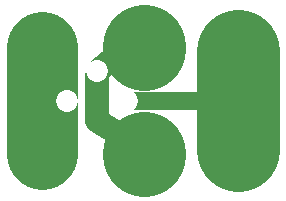
<source format=gto>
%TF.GenerationSoftware,KiCad,Pcbnew,4.0.5-e0-6337~49~ubuntu16.04.1*%
%TF.CreationDate,2017-02-14T02:12:57-08:00*%
%TF.ProjectId,2x3-Mini-Potentiometer-3386P-TH,3278332D4D696E692D506F74656E7469,1.0*%
%TF.FileFunction,Legend,Top*%
%FSLAX46Y46*%
G04 Gerber Fmt 4.6, Leading zero omitted, Abs format (unit mm)*
G04 Created by KiCad (PCBNEW 4.0.5-e0-6337~49~ubuntu16.04.1) date Tue Feb 14 02:12:57 2017*
%MOMM*%
%LPD*%
G01*
G04 APERTURE LIST*
%ADD10C,0.350000*%
%ADD11C,7.000000*%
%ADD12C,1.500000*%
%ADD13C,6.000000*%
%ADD14C,2.000000*%
%ADD15C,1.852400*%
G04 APERTURE END LIST*
D10*
D11*
X33833800Y-32505600D02*
X33833800Y-32705600D01*
X33833800Y-23705600D02*
X33833800Y-23505600D01*
X41833800Y-23905600D02*
X41833800Y-32305600D01*
D12*
X32633800Y-28105600D02*
X41833800Y-28105600D01*
D13*
X25233800Y-32605600D02*
X25233800Y-23605600D01*
D14*
X29833800Y-26005600D02*
X29833800Y-29805600D01*
X30033800Y-29905600D02*
X33833800Y-32205600D01*
X30033800Y-25505600D02*
X33733800Y-22505600D01*
%LPC*%
D15*
X27293800Y-28105600D03*
X29833800Y-25577880D03*
X32373800Y-28105600D03*
M02*

</source>
